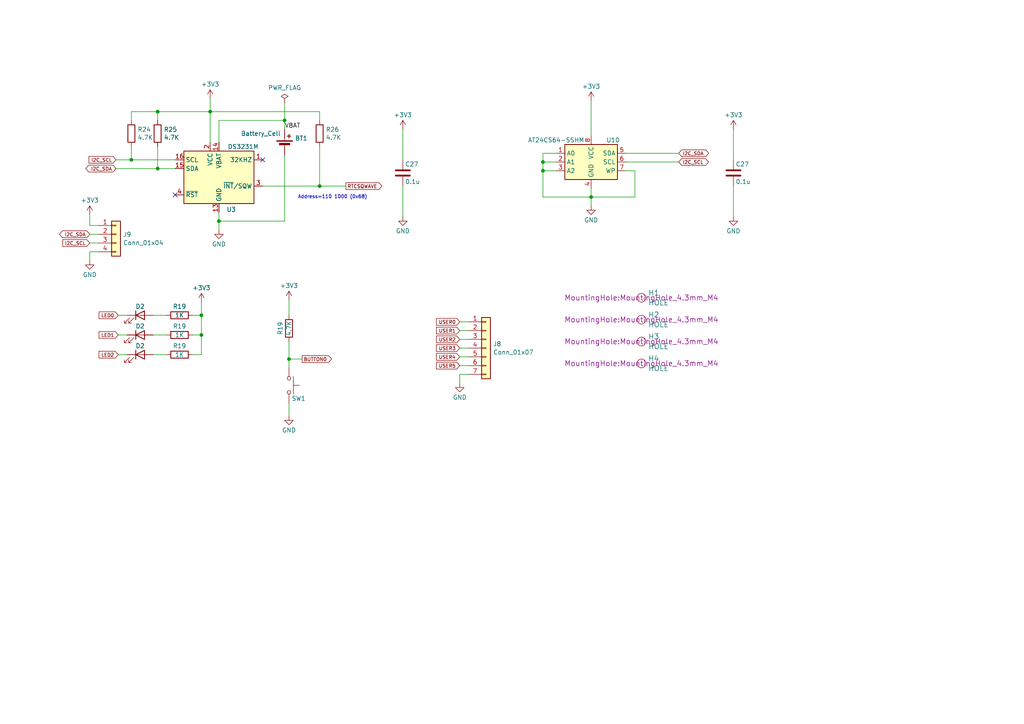
<source format=kicad_sch>
(kicad_sch (version 20230121) (generator eeschema)
  (paper "A4")
  (lib_symbols
    (symbol "Aslak:HOLE" (pin_names (offset 1.016))
      (property "Reference" "H" (at 0 2.54 0))
      (property "Value" "HOLE" (at 0 -2.54 0))
      (symbol "HOLE_0_1"
        (circle (center 0 0) (radius 1.27))
      )
    )
    (symbol "Connector_Generic:Conn_01x04" (pin_names (offset 1.016) hide)
      (property "Reference" "J" (at 0 5.08 0))
      (property "Value" "Conn_01x04" (at 0 -7.62 0))
      (symbol "Conn_01x04_1_1"
        (rectangle (start -1.27 -4.953) (end 0 -5.207) (stroke (width 0.1524)))
        (rectangle (start -1.27 -2.413) (end 0 -2.667) (stroke (width 0.1524)))
        (rectangle (start -1.27 0.127) (end 0 -0.127) (stroke (width 0.1524)))
        (rectangle (start -1.27 2.667) (end 0 2.413) (stroke (width 0.1524)))
        (rectangle (start -1.27 3.81) (end 1.27 -6.35) (stroke (width 0.254)) (fill (type background)))
        (pin passive line (at -5.08 2.54 0) (length 3.81) (name "Pin_1") (number "1"))
        (pin passive line (at -5.08 0 0) (length 3.81) (name "Pin_2") (number "2"))
        (pin passive line (at -5.08 -2.54 0) (length 3.81) (name "Pin_3") (number "3"))
        (pin passive line (at -5.08 -5.08 0) (length 3.81) (name "Pin_4") (number "4"))
      )
    )
    (symbol "Connector_Generic:Conn_01x07" (pin_names (offset 1.016) hide)
      (property "Reference" "J" (at 0 10.16 0))
      (property "Value" "Conn_01x07" (at 0 -10.16 0))
      (symbol "Conn_01x07_1_1"
        (rectangle (start -1.27 -7.493) (end 0 -7.747) (stroke (width 0.1524)))
        (rectangle (start -1.27 -4.953) (end 0 -5.207) (stroke (width 0.1524)))
        (rectangle (start -1.27 -2.413) (end 0 -2.667) (stroke (width 0.1524)))
        (rectangle (start -1.27 0.127) (end 0 -0.127) (stroke (width 0.1524)))
        (rectangle (start -1.27 2.667) (end 0 2.413) (stroke (width 0.1524)))
        (rectangle (start -1.27 5.207) (end 0 4.953) (stroke (width 0.1524)))
        (rectangle (start -1.27 7.747) (end 0 7.493) (stroke (width 0.1524)))
        (rectangle (start -1.27 8.89) (end 1.27 -8.89) (stroke (width 0.254)) (fill (type background)))
        (pin passive line (at -5.08 7.62 0) (length 3.81) (name "Pin_1") (number "1"))
        (pin passive line (at -5.08 5.08 0) (length 3.81) (name "Pin_2") (number "2"))
        (pin passive line (at -5.08 2.54 0) (length 3.81) (name "Pin_3") (number "3"))
        (pin passive line (at -5.08 0 0) (length 3.81) (name "Pin_4") (number "4"))
        (pin passive line (at -5.08 -2.54 0) (length 3.81) (name "Pin_5") (number "5"))
        (pin passive line (at -5.08 -5.08 0) (length 3.81) (name "Pin_6") (number "6"))
        (pin passive line (at -5.08 -7.62 0) (length 3.81) (name "Pin_7") (number "7"))
      )
    )
    (symbol "Device:Battery_Cell" (pin_numbers hide) (pin_names (offset 0) hide)
      (property "Reference" "BT" (at 2.54 2.54 0))
      (property "Value" "Battery_Cell" (at 2.54 0 0))
      (symbol "Battery_Cell_0_1"
        (rectangle (start -2.286 1.778) (end 2.286 1.524) (fill (type outline)))
        (rectangle (start -1.524 1.016) (end 1.524 0.508) (fill (type outline)))
        (polyline (pts (xy 0 0.762) (xy 0 0)))
        (polyline (pts (xy 0 1.778) (xy 0 2.54)))
        (polyline (pts (xy 0.762 3.048) (xy 1.778 3.048)) (stroke (width 0.254)))
        (polyline (pts (xy 1.27 3.556) (xy 1.27 2.54)) (stroke (width 0.254)))
      )
      (symbol "Battery_Cell_1_1"
        (pin passive line (at 0 5.08 270) (length 2.54) (name "+") (number "1"))
        (pin passive line (at 0 -2.54 90) (length 2.54) (name "-") (number "2"))
      )
    )
    (symbol "Device:C" (pin_numbers hide) (pin_names (offset 0.254))
      (property "Reference" "C" (at 0.635 2.54 0))
      (property "Value" "C" (at 0.635 -2.54 0))
      (symbol "C_0_1"
        (polyline (pts (xy -2.032 -0.762) (xy 2.032 -0.762)) (stroke (width 0.508)))
        (polyline (pts (xy -2.032 0.762) (xy 2.032 0.762)) (stroke (width 0.508)))
      )
      (symbol "C_1_1"
        (pin passive line (at 0 3.81 270) (length 2.794) (name "~") (number "1"))
        (pin passive line (at 0 -3.81 90) (length 2.794) (name "~") (number "2"))
      )
    )
    (symbol "Device:LED" (pin_numbers hide) (pin_names (offset 1.016) hide)
      (property "Reference" "D" (at 0 2.54 0))
      (property "Value" "LED" (at 0 -2.54 0))
      (symbol "LED_0_1"
        (polyline (pts (xy -1.27 -1.27) (xy -1.27 1.27)) (stroke (width 0.254)))
        (polyline (pts (xy -1.27 0) (xy 1.27 0)))
        (polyline (pts (xy 1.27 -1.27) (xy 1.27 1.27) (xy -1.27 0) (xy 1.27 -1.27)) (stroke (width 0.254)))
        (polyline (pts (xy -3.048 -0.762) (xy -4.572 -2.286) (xy -3.81 -2.286) (xy -4.572 -2.286) (xy -4.572 -1.524)))
        (polyline (pts (xy -1.778 -0.762) (xy -3.302 -2.286) (xy -2.54 -2.286) (xy -3.302 -2.286) (xy -3.302 -1.524)))
      )
      (symbol "LED_1_1"
        (pin passive line (at -3.81 0 0) (length 2.54) (name "K") (number "1"))
        (pin passive line (at 3.81 0 180) (length 2.54) (name "A") (number "2"))
      )
    )
    (symbol "Device:R" (pin_numbers hide) (pin_names (offset 0))
      (property "Reference" "R" (at 2.032 0 90))
      (property "Value" "R" (at 0 0 90))
      (symbol "R_0_1"
        (rectangle (start -1.016 -2.54) (end 1.016 2.54) (stroke (width 0.254)))
      )
      (symbol "R_1_1"
        (pin passive line (at 0 3.81 270) (length 1.27) (name "~") (number "1"))
        (pin passive line (at 0 -3.81 90) (length 1.27) (name "~") (number "2"))
      )
    )
    (symbol "Memory_EEPROM:AT24CS64-SSHM"
      (property "Reference" "U" (at -7.62 6.35 0))
      (property "Value" "AT24CS64-SSHM" (at 2.54 -6.35 0))
      (symbol "AT24CS64-SSHM_1_1"
        (rectangle (start -7.62 5.08) (end 7.62 -5.08) (stroke (width 0.254)) (fill (type background)))
        (pin input line (at -10.16 2.54 0) (length 2.54) (name "A0") (number "1"))
        (pin input line (at -10.16 0 0) (length 2.54) (name "A1") (number "2"))
        (pin input line (at -10.16 -2.54 0) (length 2.54) (name "A2") (number "3"))
        (pin power_in line (at 0 -7.62 90) (length 2.54) (name "GND") (number "4"))
        (pin bidirectional line (at 10.16 2.54 180) (length 2.54) (name "SDA") (number "5"))
        (pin input line (at 10.16 0 180) (length 2.54) (name "SCL") (number "6"))
        (pin input line (at 10.16 -2.54 180) (length 2.54) (name "WP") (number "7"))
        (pin power_in line (at 0 7.62 270) (length 2.54) (name "VCC") (number "8"))
      )
    )
    (symbol "Switch:SW_Push" (pin_numbers hide) (pin_names (offset 1.016) hide)
      (property "Reference" "SW" (at 1.27 2.54 0))
      (property "Value" "SW_Push" (at 0 -1.524 0))
      (symbol "SW_Push_0_1"
        (circle (center -2.032 0) (radius 0.508))
        (polyline (pts (xy 0 1.27) (xy 0 3.048)))
        (polyline (pts (xy 2.54 1.27) (xy -2.54 1.27)))
        (circle (center 2.032 0) (radius 0.508))
        (pin passive line (at -5.08 0 0) (length 2.54) (name "1") (number "1"))
        (pin passive line (at 5.08 0 180) (length 2.54) (name "2") (number "2"))
      )
    )
    (symbol "Timer_RTC:DS3231M"
      (property "Reference" "U" (at -7.62 8.89 0))
      (property "Value" "DS3231M" (at 10.16 8.89 0))
      (symbol "DS3231M_0_1"
        (rectangle (start -10.16 7.62) (end 10.16 -7.62) (stroke (width 0.254)) (fill (type background)))
      )
      (symbol "DS3231M_1_1"
        (pin open_collector line (at 12.7 5.08 180) (length 2.54) (name "32KHZ") (number "1"))
        (pin passive line (at 0 -10.16 90) (length 2.54) hide (name "GND") (number "10"))
        (pin passive line (at 0 -10.16 90) (length 2.54) hide (name "GND") (number "11"))
        (pin passive line (at 0 -10.16 90) (length 2.54) hide (name "GND") (number "12"))
        (pin power_in line (at 0 -10.16 90) (length 2.54) (name "GND") (number "13"))
        (pin power_in line (at 0 10.16 270) (length 2.54) (name "VBAT") (number "14"))
        (pin bidirectional line (at -12.7 2.54 0) (length 2.54) (name "SDA") (number "15"))
        (pin input line (at -12.7 5.08 0) (length 2.54) (name "SCL") (number "16"))
        (pin power_in line (at -2.54 10.16 270) (length 2.54) (name "VCC") (number "2"))
        (pin open_collector line (at 12.7 -2.54 180) (length 2.54) (name "~{INT}/SQW") (number "3"))
        (pin bidirectional line (at -12.7 -5.08 0) (length 2.54) (name "~{RST}") (number "4"))
        (pin passive line (at 0 -10.16 90) (length 2.54) hide (name "GND") (number "5"))
        (pin passive line (at 0 -10.16 90) (length 2.54) hide (name "GND") (number "6"))
        (pin passive line (at 0 -10.16 90) (length 2.54) hide (name "GND") (number "7"))
        (pin passive line (at 0 -10.16 90) (length 2.54) hide (name "GND") (number "8"))
        (pin passive line (at 0 -10.16 90) (length 2.54) hide (name "GND") (number "9"))
      )
    )
    (symbol "power:+3V3" (power) (pin_names (offset 0))
      (property "Value" "+3V3" (at 0 3.556 0))
      (symbol "+3V3_0_1"
        (polyline (pts (xy -0.762 1.27) (xy 0 2.54)))
        (polyline (pts (xy 0 0) (xy 0 2.54)))
        (polyline (pts (xy 0 2.54) (xy 0.762 1.27)))
      )
      (symbol "+3V3_1_1"
        (pin power_in line (at 0 0 90) (length 0) hide (name "+3V3") (number "1"))
      )
    )
    (symbol "power:GND" (power) (pin_names (offset 0))
      (property "Value" "GND" (at 0 -3.81 0))
      (symbol "GND_0_1"
        (polyline (pts (xy 0 0) (xy 0 -1.27) (xy 1.27 -1.27) (xy 0 -2.54) (xy -1.27 -1.27) (xy 0 -1.27)))
      )
      (symbol "GND_1_1"
        (pin power_in line (at 0 0 270) (length 0) hide (name "GND") (number "1"))
      )
    )
    (symbol "power:PWR_FLAG" (power) (pin_numbers hide) (pin_names (offset 0) hide)
      (property "Value" "PWR_FLAG" (at 0 3.81 0))
      (symbol "PWR_FLAG_0_0"
        (pin power_out line (at 0 0 90) (length 0) (name "pwr") (number "1"))
      )
      (symbol "PWR_FLAG_0_1"
        (polyline (pts (xy 0 0) (xy 0 1.27) (xy -1.016 1.905) (xy 0 2.54) (xy 1.016 1.905) (xy 0 1.27)))
      )
    )
  )
  (junction (at 63.5 64.135))
  (junction (at 58.42 91.44))
  (junction (at 171.45 57.15))
  (junction (at 45.72 32.385))
  (junction (at 58.42 97.155))
  (junction (at 38.1 46.355))
  (junction (at 60.96 32.385))
  (junction (at 82.55 34.925))
  (junction (at 83.82 104.14))
  (junction (at 92.71 53.975))
  (junction (at 45.72 48.895))
  (junction (at 157.48 49.53))
  (junction (at 157.48 46.99))
  (no_connect (at 50.8 56.515))
  (no_connect (at 76.2 46.355))
  (wire (pts (xy 212.725 53.975) (xy 212.725 62.865)))
  (wire (pts (xy 82.55 29.845) (xy 82.55 34.925)))
  (wire (pts (xy 171.45 57.15) (xy 171.45 54.61)))
  (wire (pts (xy 83.82 104.14) (xy 83.82 106.68)))
  (wire (pts (xy 184.15 49.53) (xy 184.15 57.15)))
  (wire (pts (xy 28.575 65.405) (xy 26.035 65.405)))
  (wire (pts (xy 83.82 86.995) (xy 83.82 91.44)))
  (wire (pts (xy 133.35 103.505) (xy 135.89 103.505)))
  (wire (pts (xy 83.82 99.06) (xy 83.82 104.14)))
  (wire (pts (xy 157.48 44.45) (xy 157.48 46.99)))
  (wire (pts (xy 133.35 106.045) (xy 135.89 106.045)))
  (wire (pts (xy 133.35 111.125) (xy 133.35 108.585)))
  (wire (pts (xy 60.96 41.275) (xy 60.96 32.385)))
  (wire (pts (xy 83.82 104.14) (xy 87.63 104.14)))
  (wire (pts (xy 26.035 73.025) (xy 26.035 75.565)))
  (wire (pts (xy 38.1 34.925) (xy 38.1 32.385)))
  (wire (pts (xy 60.96 28.575) (xy 60.96 32.385)))
  (wire (pts (xy 34.29 97.155) (xy 36.83 97.155)))
  (wire (pts (xy 83.82 116.84) (xy 83.82 120.65)))
  (wire (pts (xy 82.55 64.135) (xy 82.55 45.085)))
  (wire (pts (xy 157.48 49.53) (xy 157.48 57.15)))
  (wire (pts (xy 161.29 49.53) (xy 157.48 49.53)))
  (wire (pts (xy 45.72 32.385) (xy 45.72 34.925)))
  (wire (pts (xy 44.45 102.87) (xy 48.26 102.87)))
  (wire (pts (xy 63.5 64.135) (xy 63.5 66.675)))
  (wire (pts (xy 58.42 97.155) (xy 58.42 102.87)))
  (wire (pts (xy 157.48 57.15) (xy 171.45 57.15)))
  (wire (pts (xy 44.45 97.155) (xy 48.26 97.155)))
  (wire (pts (xy 44.45 91.44) (xy 48.26 91.44)))
  (wire (pts (xy 45.72 32.385) (xy 60.96 32.385)))
  (wire (pts (xy 181.61 44.45) (xy 196.85 44.45)))
  (wire (pts (xy 92.71 42.545) (xy 92.71 53.975)))
  (wire (pts (xy 171.45 57.15) (xy 171.45 59.69)))
  (wire (pts (xy 58.42 91.44) (xy 58.42 97.155)))
  (wire (pts (xy 184.15 57.15) (xy 171.45 57.15)))
  (wire (pts (xy 133.35 108.585) (xy 135.89 108.585)))
  (wire (pts (xy 38.1 46.355) (xy 50.8 46.355)))
  (wire (pts (xy 38.1 32.385) (xy 45.72 32.385)))
  (wire (pts (xy 92.71 53.975) (xy 100.33 53.975)))
  (wire (pts (xy 181.61 46.99) (xy 196.85 46.99)))
  (wire (pts (xy 133.35 95.885) (xy 135.89 95.885)))
  (wire (pts (xy 171.45 29.21) (xy 171.45 39.37)))
  (wire (pts (xy 161.29 44.45) (xy 157.48 44.45)))
  (wire (pts (xy 45.72 48.895) (xy 33.655 48.895)))
  (wire (pts (xy 55.88 91.44) (xy 58.42 91.44)))
  (wire (pts (xy 63.5 41.275) (xy 63.5 34.925)))
  (wire (pts (xy 181.61 49.53) (xy 184.15 49.53)))
  (wire (pts (xy 55.88 97.155) (xy 58.42 97.155)))
  (wire (pts (xy 63.5 61.595) (xy 63.5 64.135)))
  (wire (pts (xy 50.8 48.895) (xy 45.72 48.895)))
  (wire (pts (xy 26.035 62.23) (xy 26.035 65.405)))
  (wire (pts (xy 161.29 46.99) (xy 157.48 46.99)))
  (wire (pts (xy 212.725 37.465) (xy 212.725 46.355)))
  (wire (pts (xy 63.5 64.135) (xy 82.55 64.135)))
  (wire (pts (xy 34.29 102.87) (xy 36.83 102.87)))
  (wire (pts (xy 45.72 42.545) (xy 45.72 48.895)))
  (wire (pts (xy 157.48 46.99) (xy 157.48 49.53)))
  (wire (pts (xy 82.55 34.925) (xy 82.55 37.465)))
  (wire (pts (xy 76.2 53.975) (xy 92.71 53.975)))
  (wire (pts (xy 92.71 32.385) (xy 92.71 34.925)))
  (wire (pts (xy 60.96 32.385) (xy 92.71 32.385)))
  (wire (pts (xy 133.35 93.345) (xy 135.89 93.345)))
  (wire (pts (xy 34.29 91.44) (xy 36.83 91.44)))
  (wire (pts (xy 28.575 73.025) (xy 26.035 73.025)))
  (wire (pts (xy 116.84 53.975) (xy 116.84 62.865)))
  (wire (pts (xy 26.035 70.485) (xy 28.575 70.485)))
  (wire (pts (xy 58.42 87.63) (xy 58.42 91.44)))
  (wire (pts (xy 133.35 100.965) (xy 135.89 100.965)))
  (wire (pts (xy 26.035 67.945) (xy 28.575 67.945)))
  (wire (pts (xy 33.655 46.355) (xy 38.1 46.355)))
  (wire (pts (xy 63.5 34.925) (xy 82.55 34.925)))
  (wire (pts (xy 133.35 98.425) (xy 135.89 98.425)))
  (wire (pts (xy 55.88 102.87) (xy 58.42 102.87)))
  (wire (pts (xy 38.1 42.545) (xy 38.1 46.355)))
  (wire (pts (xy 116.84 37.465) (xy 116.84 46.355)))
  (text "Address=110 1000 (0x68)" (at 86.36 57.785 0) (effects (font (size 0.9906 0.9906)) (justify left bottom)))
  (label "VBAT" (at 82.55 37.465 0))
  (global_label "LED2" (shape input) (at 34.29 102.87 180) (effects (font (size 1 1))) (property "Intersheetrefs" "${INTERSHEET_REFS}" (effects hide)))
  (global_label "I2C_SDA" (shape bidirectional) (at 196.85 44.45 0) (effects (font (size 0.9906 0.9906))) (property "Intersheetrefs" "${INTERSHEET_REFS}" (effects hide)))
  (global_label "USER2" (shape input) (at 133.35 98.425 180) (effects (font (size 1 1))) (property "Intersheetrefs" "${INTERSHEET_REFS}" (effects hide)))
  (global_label "LED0" (shape input) (at 34.29 91.44 180) (effects (font (size 1 1))) (property "Intersheetrefs" "${INTERSHEET_REFS}" (effects hide)))
  (global_label "USER0" (shape input) (at 133.35 93.345 180) (effects (font (size 1 1))) (property "Intersheetrefs" "${INTERSHEET_REFS}" (effects hide)))
  (global_label "RTCSQWAVE" (shape output) (at 100.33 53.975 0) (effects (font (size 1 1))) (property "Intersheetrefs" "${INTERSHEET_REFS}" (effects hide)))
  (global_label "USER3" (shape input) (at 133.35 100.965 180) (effects (font (size 1 1))) (property "Intersheetrefs" "${INTERSHEET_REFS}" (effects hide)))
  (global_label "USER4" (shape input) (at 133.35 103.505 180) (effects (font (size 1 1))) (property "Intersheetrefs" "${INTERSHEET_REFS}" (effects hide)))
  (global_label "BUTTON0" (shape output) (at 87.63 104.14 0) (effects (font (size 1 1))) (property "Intersheetrefs" "${INTERSHEET_REFS}" (effects hide)))
  (global_label "USER5" (shape input) (at 133.35 106.045 180) (effects (font (size 1 1))) (property "Intersheetrefs" "${INTERSHEET_REFS}" (effects hide)))
  (global_label "LED1" (shape input) (at 34.29 97.155 180) (effects (font (size 1 1))) (property "Intersheetrefs" "${INTERSHEET_REFS}" (effects hide)))
  (global_label "I2C_SDA" (shape bidirectional) (at 26.035 67.945 180) (effects (font (size 1 1))) (property "Intersheetrefs" "${INTERSHEET_REFS}" (effects hide)))
  (global_label "I2C_SCL" (shape bidirectional) (at 196.85 46.99 0) (effects (font (size 0.9906 0.9906))) (property "Intersheetrefs" "${INTERSHEET_REFS}" (effects hide)))
  (global_label "I2C_SDA" (shape bidirectional) (at 33.655 48.895 180) (effects (font (size 1 1))) (property "Intersheetrefs" "${INTERSHEET_REFS}" (effects hide)))
  (global_label "I2C_SCL" (shape input) (at 26.035 70.485 180) (effects (font (size 1 1))) (property "Intersheetrefs" "${INTERSHEET_REFS}" (effects hide)))
  (global_label "I2C_SCL" (shape input) (at 33.655 46.355 180) (effects (font (size 1 1))) (property "Intersheetrefs" "${INTERSHEET_REFS}" (effects hide)))
  (global_label "USER1" (shape input) (at 133.35 95.885 180) (effects (font (size 1 1))) (property "Intersheetrefs" "${INTERSHEET_REFS}" (effects hide)))
  (symbol (lib_id "Timer_RTC:DS3231M") (at 63.5 51.435 0) (unit 1)
    (property "Reference" "U3" (at 65.6941 60.7751 0) (effects (justify left)))
    (property "Value" "DS3231M" (at 66.04 42.545 0) (effects (justify left)))
    (property "Footprint" "Package_SO:SOIC-16W_7.5x10.3mm_P1.27mm" (effects hide))
    (property "Datasheet" "http://datasheets.maximintegrated.com/en/ds/DS3231.pdf" (effects hide))
    (instances (project "ICE40UPDevBoard" (path "" (reference "U3") (unit 1)) (path "" (reference "U3") (unit 1))) (project "MDFPGA" (path "" (reference "U1") (unit 1))))
  )
  (symbol (lib_id "power:+3V3") (at 212.725 37.465 0) (unit 1)
    (property "Reference" "#PWR049" (effects hide))
    (property "Value" "+3V3" (at 212.725 33.3319 0))
    (instances (project "ICE40UPDevBoard" (path "" (reference "#PWR049") (unit 1)) (path "" (reference "#PWR057") (unit 1))) (project "MDFPGA" (path "" (reference "#PWR014") (unit 1))))
  )
  (symbol (lib_id "Connector_Generic:Conn_01x07") (at 140.97 100.965 0) (unit 1)
    (property "Reference" "J8" (at 143.002 99.7529 0) (effects (justify left)))
    (property "Value" "Conn_01x07" (at 143.002 102.1771 0) (effects (justify left)))
    (property "Footprint" "Connector_PinHeader_2.54mm:PinHeader_1x07_P2.54mm_Vertical" (effects hide))
  )
  (symbol (lib_id "Aslak:HOLE") (at 186.055 99.06 0) (unit 1)
    (property "Reference" "H3" (at 187.96 97.6436 0) (effects (font (size 1.524 1.524)) (justify left)))
    (property "Value" "HOLE" (at 187.96 100.4764 0) (effects (font (size 1.524 1.524)) (justify left)))
    (property "Footprint" "MountingHole:MountingHole_4.3mm_M4" (at 186.055 99.06 0) (effects (font (size 1.524 1.524))))
  )
  (symbol (lib_id "Aslak:HOLE") (at 186.055 86.36 0) (unit 1)
    (property "Reference" "H1" (at 187.96 84.9436 0) (effects (font (size 1.524 1.524)) (justify left)))
    (property "Value" "HOLE" (at 187.96 87.7764 0) (effects (font (size 1.524 1.524)) (justify left)))
    (property "Footprint" "MountingHole:MountingHole_4.3mm_M4" (at 186.055 86.36 0) (effects (font (size 1.524 1.524))))
  )
  (symbol (lib_id "power:GND") (at 133.35 111.125 0) (unit 1)
    (property "Reference" "#PWR03" (effects hide))
    (property "Value" "GND" (at 133.35 115.2581 0))
    (instances (project "ESP01LEDDriver" (path "" (reference "#PWR03") (unit 1))) (project "ICE40UPDevBoard" (path "" (reference "#PWR059") (unit 1))) (project "MDFPGA" (path "" (reference "#PWR08") (unit 1))))
  )
  (symbol (lib_id "Switch:SW_Push") (at 83.82 111.76 270) (unit 1)
    (property "Reference" "SW1" (at 86.614 115.57 90))
    (property "Value" "RESETBUTTON" (effects hide))
    (property "Footprint" "Button_Switch_SMD:SW_Push_1P1T_NO_CK_KSC6xxJ" (effects hide))
    (instances (project "ESP01LEDDriver" (path "" (reference "SW1") (unit 1))) (project "MAXI030" (path "" (reference "SW1") (unit 1)) (path "" (reference "SW?") (unit 1))) (project "ICE40UPDevBoard" (path "" (reference "SW1") (unit 1))))
  )
  (symbol (lib_id "Device:C") (at 116.84 50.165 0) (unit 1)
    (property "Reference" "C27" (at 117.475 47.625 0) (effects (justify left)))
    (property "Value" "0.1u" (at 117.475 52.705 0) (effects (justify left)))
    (property "Footprint" "Capacitor_SMD:C_0805_2012Metric" (effects hide))
    (instances (project "ICE40UPDevBoard" (path "" (reference "C27") (unit 1)) (path "" (reference "C27") (unit 1))) (project "MAXI030" (path "" (reference "C?") (unit 1)) (path "" (reference "C?") (unit 1)) (path "" (reference "C28") (unit 1))) (project "MDFPGA" (path "" (reference "C1") (unit 1))))
  )
  (symbol (lib_id "Device:LED") (at 40.64 91.44 0) (unit 1)
    (property "Reference" "D2" (at 40.64 88.9 0))
    (property "Value" "CDONE_LED" (effects hide))
    (property "Footprint" "LED_SMD:LED_1210_3225Metric" (effects hide))
    (instances (project "ICE40UPDevBoard" (path "" (reference "D2") (unit 1)) (path "" (reference "D3") (unit 1))) (project "MAXI030" (path "" (reference "D3") (unit 1))) (project "MDFPGA" (path "" (reference "D1") (unit 1)) (path "" (reference "D3") (unit 1))))
  )
  (symbol (lib_id "power:+3V3") (at 83.82 86.995 0) (unit 1)
    (property "Reference" "#PWR046" (effects hide))
    (property "Value" "+3V3" (at 83.82 82.8619 0))
    (instances (project "ICE40UPDevBoard" (path "" (reference "#PWR046") (unit 1)) (path "" (reference "#PWR054") (unit 1))) (project "MDFPGA" (path "" (reference "#PWR01") (unit 1))))
  )
  (symbol (lib_id "Device:R") (at 52.07 97.155 90) (unit 1)
    (property "Reference" "R19" (at 52.07 94.615 90))
    (property "Value" "1K" (at 52.07 97.155 90))
    (property "Footprint" "Resistor_SMD:R_0805_2012Metric" (effects hide))
    (instances (project "ICE40UPDevBoard" (path "" (reference "R19") (unit 1)) (path "" (reference "R28") (unit 1))) (project "MAXI030" (path "" (reference "R12") (unit 1))) (project "MDFPGA" (path "" (reference "R4") (unit 1)) (path "" (reference "R13") (unit 1))))
  )
  (symbol (lib_id "power:+3V3") (at 60.96 28.575 0) (unit 1)
    (property "Reference" "#PWR046" (effects hide))
    (property "Value" "+3V3" (at 60.96 24.4419 0))
    (instances (project "ICE40UPDevBoard" (path "" (reference "#PWR046") (unit 1)) (path "" (reference "#PWR046") (unit 1))) (project "MDFPGA" (path "" (reference "#PWR01") (unit 1))))
  )
  (symbol (lib_id "power:GND") (at 171.45 59.69 0) (unit 1)
    (property "Reference" "#PWR03" (effects hide))
    (property "Value" "GND" (at 171.45 63.8231 0))
    (instances (project "ESP01LEDDriver" (path "" (reference "#PWR03") (unit 1))) (project "ICE40UPDevBoard" (path "" (reference "#PWR051") (unit 1))) (project "MDFPGA" (path "" (reference "#PWR08") (unit 1))))
  )
  (symbol (lib_id "Device:R") (at 83.82 95.25 180) (unit 1)
    (property "Reference" "R19" (at 81.28 95.25 90))
    (property "Value" "4.7K" (at 83.82 95.25 90))
    (property "Footprint" "Resistor_SMD:R_0805_2012Metric" (effects hide))
    (instances (project "ICE40UPDevBoard" (path "" (reference "R19") (unit 1)) (path "" (reference "R30") (unit 1))) (project "MAXI030" (path "" (reference "R12") (unit 1))) (project "MDFPGA" (path "" (reference "R4") (unit 1)) (path "" (reference "R13") (unit 1))))
  )
  (symbol (lib_id "power:+3V3") (at 116.84 37.465 0) (unit 1)
    (property "Reference" "#PWR049" (effects hide))
    (property "Value" "+3V3" (at 116.84 33.3319 0))
    (instances (project "ICE40UPDevBoard" (path "" (reference "#PWR049") (unit 1)) (path "" (reference "#PWR048") (unit 1))) (project "MDFPGA" (path "" (reference "#PWR014") (unit 1))))
  )
  (symbol (lib_id "Device:LED") (at 40.64 102.87 0) (unit 1)
    (property "Reference" "D2" (at 40.64 100.33 0))
    (property "Value" "CDONE_LED" (effects hide))
    (property "Footprint" "LED_SMD:LED_1210_3225Metric" (effects hide))
    (instances (project "ICE40UPDevBoard" (path "" (reference "D2") (unit 1)) (path "" (reference "D5") (unit 1))) (project "MAXI030" (path "" (reference "D3") (unit 1))) (project "MDFPGA" (path "" (reference "D1") (unit 1)) (path "" (reference "D3") (unit 1))))
  )
  (symbol (lib_id "power:GND") (at 26.035 75.565 0) (unit 1)
    (property "Reference" "#PWR047" (effects hide))
    (property "Value" "GND" (at 26.035 79.6981 0))
    (instances (project "ICE40UPDevBoard" (path "" (reference "#PWR047") (unit 1)) (path "" (reference "#PWR055") (unit 1))) (project "MDFPGA" (path "" (reference "#PWR02") (unit 1))))
  )
  (symbol (lib_id "Device:Battery_Cell") (at 82.55 42.545 0) (unit 1)
    (property "Reference" "BT1" (at 85.5472 40.1066 0) (effects (justify left)))
    (property "Value" "Battery_Cell" (at 69.85 38.735 0) (effects (justify left)))
    (property "Footprint" "Battery:BatteryHolder_Keystone_3000_1x12mm" (effects hide))
  )
  (symbol (lib_id "Device:R") (at 38.1 38.735 0) (unit 1)
    (property "Reference" "R24" (at 39.878 37.5666 0) (effects (justify left)))
    (property "Value" "4.7K" (at 39.878 39.878 0) (effects (justify left)))
    (property "Footprint" "Resistor_SMD:R_0805_2012Metric" (effects hide))
    (instances (project "ICE40UPDevBoard" (path "" (reference "R24") (unit 1)) (path "" (reference "R24") (unit 1))) (project "MAXI030" (path "" (reference "R9") (unit 1))) (project "MDFPGA" (path "" (reference "R1") (unit 1))))
  )
  (symbol (lib_id "power:GND") (at 116.84 62.865 0) (unit 1)
    (property "Reference" "#PWR050" (effects hide))
    (property "Value" "GND" (at 116.84 66.9981 0))
    (instances (project "ICE40UPDevBoard" (path "" (reference "#PWR050") (unit 1)) (path "" (reference "#PWR049") (unit 1))) (project "MDFPGA" (path "" (reference "#PWR015") (unit 1))))
  )
  (symbol (lib_id "Device:R") (at 52.07 102.87 90) (unit 1)
    (property "Reference" "R19" (at 52.07 100.33 90))
    (property "Value" "1K" (at 52.07 102.87 90))
    (property "Footprint" "Resistor_SMD:R_0805_2012Metric" (effects hide))
    (instances (project "ICE40UPDevBoard" (path "" (reference "R19") (unit 1)) (path "" (reference "R29") (unit 1))) (project "MAXI030" (path "" (reference "R12") (unit 1))) (project "MDFPGA" (path "" (reference "R4") (unit 1)) (path "" (reference "R13") (unit 1))))
  )
  (symbol (lib_id "Aslak:HOLE") (at 186.055 105.41 0) (unit 1)
    (property "Reference" "H4" (at 187.96 103.9936 0) (effects (font (size 1.524 1.524)) (justify left)))
    (property "Value" "HOLE" (at 187.96 106.8264 0) (effects (font (size 1.524 1.524)) (justify left)))
    (property "Footprint" "MountingHole:MountingHole_4.3mm_M4" (at 186.055 105.41 0) (effects (font (size 1.524 1.524))))
  )
  (symbol (lib_id "Device:R") (at 92.71 38.735 0) (unit 1)
    (property "Reference" "R26" (at 94.488 37.5666 0) (effects (justify left)))
    (property "Value" "4.7K" (at 94.488 39.878 0) (effects (justify left)))
    (property "Footprint" "Resistor_SMD:R_0805_2012Metric" (effects hide))
    (instances (project "ICE40UPDevBoard" (path "" (reference "R26") (unit 1)) (path "" (reference "R26") (unit 1))) (project "MAXI030" (path "" (reference "R11") (unit 1))) (project "MDFPGA" (path "" (reference "R3") (unit 1))))
  )
  (symbol (lib_id "power:GND") (at 212.725 62.865 0) (unit 1)
    (property "Reference" "#PWR050" (effects hide))
    (property "Value" "GND" (at 212.725 66.9981 0))
    (instances (project "ICE40UPDevBoard" (path "" (reference "#PWR050") (unit 1)) (path "" (reference "#PWR058") (unit 1))) (project "MDFPGA" (path "" (reference "#PWR015") (unit 1))))
  )
  (symbol (lib_id "Connector_Generic:Conn_01x04") (at 33.655 67.945 0) (unit 1)
    (property "Reference" "J9" (at 35.687 68.0029 0) (effects (justify left)))
    (property "Value" "Conn_01x04" (at 35.687 70.4271 0) (effects (justify left)))
    (property "Footprint" "Connector_PinHeader_2.54mm:PinHeader_1x04_P2.54mm_Vertical" (effects hide))
  )
  (symbol (lib_id "power:GND") (at 83.82 120.65 0) (unit 1)
    (property "Reference" "#PWR03" (effects hide))
    (property "Value" "GND" (at 83.82 124.7831 0))
    (instances (project "ESP01LEDDriver" (path "" (reference "#PWR03") (unit 1))) (project "ICE40UPDevBoard" (path "" (reference "#PWR053") (unit 1))) (project "MDFPGA" (path "" (reference "#PWR08") (unit 1))))
  )
  (symbol (lib_id "Device:LED") (at 40.64 97.155 0) (unit 1)
    (property "Reference" "D2" (at 40.64 94.615 0))
    (property "Value" "CDONE_LED" (effects hide))
    (property "Footprint" "LED_SMD:LED_1210_3225Metric" (effects hide))
    (instances (project "ICE40UPDevBoard" (path "" (reference "D2") (unit 1)) (path "" (reference "D4") (unit 1))) (project "MAXI030" (path "" (reference "D3") (unit 1))) (project "MDFPGA" (path "" (reference "D1") (unit 1)) (path "" (reference "D3") (unit 1))))
  )
  (symbol (lib_id "power:+3V3") (at 171.45 29.21 0) (unit 1)
    (property "Reference" "#PWR046" (effects hide))
    (property "Value" "+3V3" (at 171.45 25.0769 0))
    (instances (project "ICE40UPDevBoard" (path "" (reference "#PWR046") (unit 1)) (path "" (reference "#PWR050") (unit 1))) (project "MDFPGA" (path "" (reference "#PWR01") (unit 1))))
  )
  (symbol (lib_id "Memory_EEPROM:AT24CS64-SSHM") (at 171.45 46.99 0) (unit 1)
    (property "Reference" "U10" (at 177.8 40.64 0))
    (property "Value" "AT24CS64-SSHM" (at 161.29 40.64 0))
    (property "Footprint" "Package_SO:SOIC-8_3.9x4.9mm_P1.27mm" (effects hide))
    (property "Datasheet" "http://ww1.microchip.com/downloads/en/DeviceDoc/Atmel-8870-SEEPROM-AT24CS64-Datasheet.pdf" (effects hide))
    (instances (project "Video+Sound" (path "" (reference "U10") (unit 1))) (project "ICE40UPDevBoard" (path "" (reference "U7") (unit 1))))
  )
  (symbol (lib_id "Aslak:HOLE") (at 186.055 92.71 0) (unit 1)
    (property "Reference" "H2" (at 187.96 91.2936 0) (effects (font (size 1.524 1.524)) (justify left)))
    (property "Value" "HOLE" (at 187.96 94.1264 0) (effects (font (size 1.524 1.524)) (justify left)))
    (property "Footprint" "MountingHole:MountingHole_4.3mm_M4" (at 186.055 92.71 0) (effects (font (size 1.524 1.524))))
  )
  (symbol (lib_id "power:+3V3") (at 58.42 87.63 0) (unit 1)
    (property "Reference" "#PWR046" (effects hide))
    (property "Value" "+3V3" (at 58.42 83.4969 0))
    (instances (project "ICE40UPDevBoard" (path "" (reference "#PWR046") (unit 1)) (path "" (reference "#PWR052") (unit 1))) (project "MDFPGA" (path "" (reference "#PWR01") (unit 1))))
  )
  (symbol (lib_id "Device:R") (at 52.07 91.44 90) (unit 1)
    (property "Reference" "R19" (at 52.07 88.9 90))
    (property "Value" "1K" (at 52.07 91.44 90))
    (property "Footprint" "Resistor_SMD:R_0805_2012Metric" (effects hide))
    (instances (project "ICE40UPDevBoard" (path "" (reference "R19") (unit 1)) (path "" (reference "R27") (unit 1))) (project "MAXI030" (path "" (reference "R12") (unit 1))) (project "MDFPGA" (path "" (reference "R4") (unit 1)) (path "" (reference "R13") (unit 1))))
  )
  (symbol (lib_id "power:+3V3") (at 26.035 62.23 0) (unit 1)
    (property "Reference" "#PWR046" (effects hide))
    (property "Value" "+3V3" (at 26.035 58.0969 0))
    (instances (project "ICE40UPDevBoard" (path "" (reference "#PWR046") (unit 1)) (path "" (reference "#PWR056") (unit 1))) (project "MDFPGA" (path "" (reference "#PWR01") (unit 1))))
  )
  (symbol (lib_id "power:GND") (at 63.5 66.675 0) (unit 1)
    (property "Reference" "#PWR047" (effects hide))
    (property "Value" "GND" (at 63.5 70.8081 0))
    (instances (project "ICE40UPDevBoard" (path "" (reference "#PWR047") (unit 1)) (path "" (reference "#PWR047") (unit 1))) (project "MDFPGA" (path "" (reference "#PWR02") (unit 1))))
  )
  (symbol (lib_id "Device:C") (at 212.725 50.165 0) (unit 1)
    (property "Reference" "C27" (at 213.36 47.625 0) (effects (justify left)))
    (property "Value" "0.1u" (at 213.36 52.705 0) (effects (justify left)))
    (property "Footprint" "Capacitor_SMD:C_0805_2012Metric" (effects hide))
    (instances (project "ICE40UPDevBoard" (path "" (reference "C27") (unit 1)) (path "" (reference "C28") (unit 1))) (project "MAXI030" (path "" (reference "C?") (unit 1)) (path "" (reference "C?") (unit 1)) (path "" (reference "C28") (unit 1))) (project "MDFPGA" (path "" (reference "C1") (unit 1))))
  )
  (symbol (lib_id "Device:R") (at 45.72 38.735 0) (unit 1)
    (property "Reference" "R25" (at 47.498 37.5666 0) (effects (justify left)))
    (property "Value" "4.7K" (at 47.498 39.878 0) (effects (justify left)))
    (property "Footprint" "Resistor_SMD:R_0805_2012Metric" (effects hide))
    (instances (project "ICE40UPDevBoard" (path "" (reference "R25") (unit 1)) (path "" (reference "R25") (unit 1))) (project "MAXI030" (path "" (reference "R10") (unit 1))) (project "MDFPGA" (path "" (reference "R2") (unit 1))))
  )
  (symbol (lib_id "power:PWR_FLAG") (at 82.55 29.845 0) (unit 1)
    (property "Reference" "#FLG05" (effects hide))
    (property "Value" "PWR_FLAG" (at 82.55 25.4508 0))
    (instances (project "ICE40UPDevBoard" (path "" (reference "#FLG05") (unit 1)) (path "" (reference "#FLG05") (unit 1))) (project "MAXI030" (path "" (reference "#FLG02") (unit 1))) (project "MDFPGA" (path "" (reference "#FLG01") (unit 1))))
  )
)
</source>
